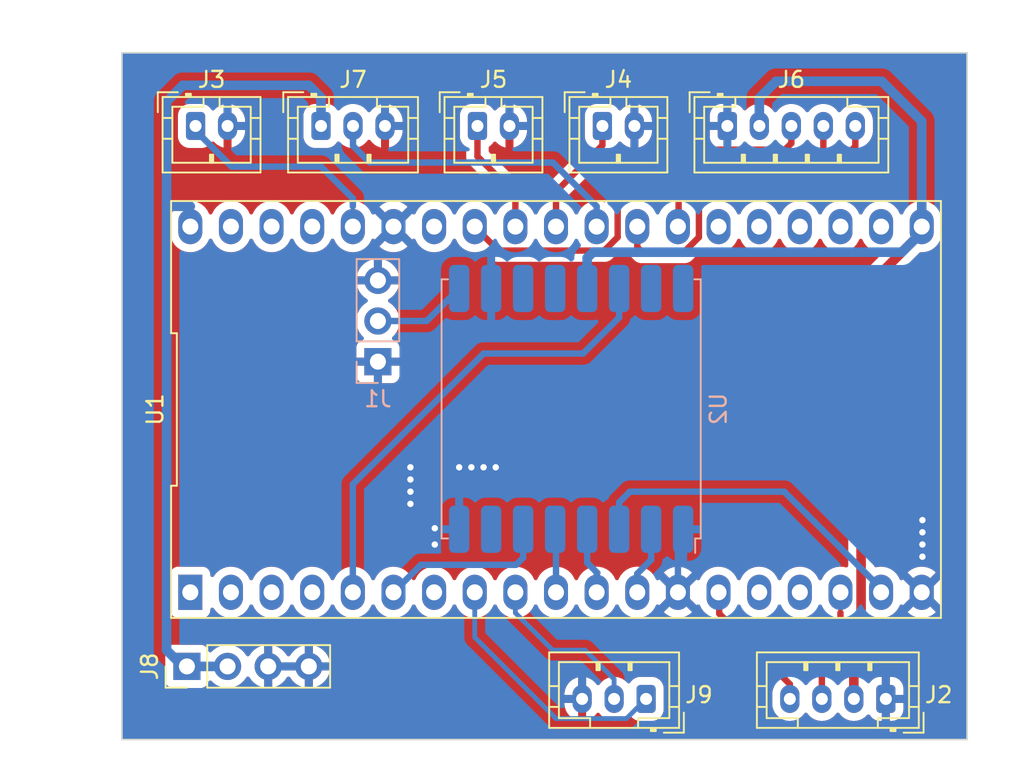
<source format=kicad_pcb>
(kicad_pcb (version 20221018) (generator pcbnew)
  (layers (0 "F.Cu" signal) (31 "B.Cu" signal) (34 "B.Paste" user) (35 "F.Paste" user) (36 "B.SilkS" user "B.Silkscreen") (37 "F.SilkS" user "F.Silkscreen") (38 "B.Mask" user) (39 "F.Mask" user) (44 "Edge.Cuts" user))
  (net 0 "")
  (net 1 "GND")
  (net 2 "Net-(J1-Pin_2)")
  (net 3 "3V3")
  (net 4 "OLED_SCL")
  (net 5 "OLED_SDA")
  (net 13 "LORA_DIO0")
  (net 14 "LORA_RST")
  (net 15 "LORA_CS")
  (net 16 "LORA_SCK")
  (net 17 "LORA_MISO")
  (net 18 "LORA_MOSI")
  (net 23 "5V")
  (net 28 "Audio")
  (net 34 "VESC_PWM")
  (net 35 "BTN_UP")
  (net 36 "BTN_DOWN")
  (net 37 "ROTARY_SW")
  (net 38 "ROTARY_A")
  (net 39 "ROTARY_B")
  (net 40 "VESC_TX")
  (net 41 "VESC_RX")
  (net 42 "BAT_VOLTAGE")
  (footprint "Connector_JST:JST_PH_B3B-PH-K_1x03_P2.00mm_Vertical" (layer "F.Cu") (at 102.616 79.756 180)
    (fp_text reference "J9" (at -3.302 0.254) (layer "F.SilkS"))
    (fp_text value "Conn_01x03_Pin")
    (fp_line (start -2.36 -2.11) (end -2.36 -0.86) (stroke (width 0.12)) (layer "F.SilkS"))
    (fp_line (start -2.06 -1.81) (end -2.06 2.91) (stroke (width 0.12)) (layer "F.SilkS"))
    (fp_line (start -2.06 -0.5) (end -1.45 -0.5) (stroke (width 0.12)) (layer "F.SilkS"))
    (fp_line (start -2.06 0.8) (end -1.45 0.8) (stroke (width 0.12)) (layer "F.SilkS"))
    (fp_line (start -2.06 2.91) (end 6.06 2.91) (stroke (width 0.12)) (layer "F.SilkS"))
    (fp_line (start -1.45 -1.2) (end -1.45 2.3) (stroke (width 0.12)) (layer "F.SilkS"))
    (fp_line (start -1.45 2.3) (end 5.45 2.3) (stroke (width 0.12)) (layer "F.SilkS"))
    (fp_line (start -1.11 -2.11) (end -2.36 -2.11) (stroke (width 0.12)) (layer "F.SilkS"))
    (fp_line (start -0.6 -2.01) (end -0.6 -1.81) (stroke (width 0.12)) (layer "F.SilkS"))
    (fp_line (start -0.3 -2.01) (end -0.6 -2.01) (stroke (width 0.12)) (layer "F.SilkS"))
    (fp_line (start -0.3 -1.91) (end -0.6 -1.91) (stroke (width 0.12)) (layer "F.SilkS"))
    (fp_line (start -0.3 -1.81) (end -0.3 -2.01) (stroke (width 0.12)) (layer "F.SilkS"))
    (fp_line (start 0.5 -1.81) (end 0.5 -1.2) (stroke (width 0.12)) (layer "F.SilkS"))
    (fp_line (start 0.5 -1.2) (end -1.45 -1.2) (stroke (width 0.12)) (layer "F.SilkS"))
    (fp_line (start 0.9 1.8) (end 1.1 1.8) (stroke (width 0.12)) (layer "F.SilkS"))
    (fp_line (start 0.9 2.3) (end 0.9 1.8) (stroke (width 0.12)) (layer "F.SilkS"))
    (fp_line (start 1 2.3) (end 1 1.8) (stroke (width 0.12)) (layer "F.SilkS"))
    (fp_line (start 1.1 1.8) (end 1.1 2.3) (stroke (width 0.12)) (layer "F.SilkS"))
    (fp_line (start 2.9 1.8) (end 3.1 1.8) (stroke (width 0.12)) (layer "F.SilkS"))
    (fp_line (start 2.9 2.3) (end 2.9 1.8) (stroke (width 0.12)) (layer "F.SilkS"))
    (fp_line (start 3 2.3) (end 3 1.8) (stroke (width 0.12)) (layer "F.SilkS"))
    (fp_line (start 3.1 1.8) (end 3.1 2.3) (stroke (width 0.12)) (layer "F.SilkS"))
    (fp_line (start 3.5 -1.2) (end 3.5 -1.81) (stroke (width 0.12)) (layer "F.SilkS"))
    (fp_line (start 5.45 -1.2) (end 3.5 -1.2) (stroke (width 0.12)) (layer "F.SilkS"))
    (fp_line (start 5.45 2.3) (end 5.45 -1.2) (stroke (width 0.12)) (layer "F.SilkS"))
    (fp_line (start 6.06 -1.81) (end -2.06 -1.81) (stroke (width 0.12)) (layer "F.SilkS"))
    (fp_line (start 6.06 -0.5) (end 5.45 -0.5) (stroke (width 0.12)) (layer "F.SilkS"))
    (fp_line (start 6.06 0.8) (end 5.45 0.8) (stroke (width 0.12)) (layer "F.SilkS"))
    (fp_line (start 6.06 2.91) (end 6.06 -1.81) (stroke (width 0.12)) (layer "F.SilkS"))
    (pad "1" thru_hole roundrect (at 0 0 180) (size 1.2 1.75) (drill 0.75) (layers "*.Cu" "*.Mask") (roundrect_rratio 0.2083333333) (net 40 "VESC_TX"))
    (pad "2" thru_hole oval (at 2 0 180) (size 1.2 1.75) (drill 0.75) (layers "*.Cu" "*.Mask") (net 41 "VESC_RX"))
    (pad "3" thru_hole oval (at 4 0 180) (size 1.2 1.75) (drill 0.75) (layers "*.Cu" "*.Mask") (net 1 "GND"))
  )
  (footprint "Connector_JST:JST_PH_B3B-PH-K_1x03_P2.00mm_Vertical" (layer "F.Cu") (at 82.296 43.942)
    (fp_text reference "J7" (at 2 -2.9) (layer "F.SilkS"))
    (fp_text value "Conn_01x03_Pin")
    (fp_line (start -2.36 -2.11) (end -2.36 -0.86) (stroke (width 0.12)) (layer "F.SilkS"))
    (fp_line (start -2.06 -1.81) (end -2.06 2.91) (stroke (width 0.12)) (layer "F.SilkS"))
    (fp_line (start -2.06 -0.5) (end -1.45 -0.5) (stroke (width 0.12)) (layer "F.SilkS"))
    (fp_line (start -2.06 0.8) (end -1.45 0.8) (stroke (width 0.12)) (layer "F.SilkS"))
    (fp_line (start -2.06 2.91) (end 6.06 2.91) (stroke (width 0.12)) (layer "F.SilkS"))
    (fp_line (start -1.45 -1.2) (end -1.45 2.3) (stroke (width 0.12)) (layer "F.SilkS"))
    (fp_line (start -1.45 2.3) (end 5.45 2.3) (stroke (width 0.12)) (layer "F.SilkS"))
    (fp_line (start -1.11 -2.11) (end -2.36 -2.11) (stroke (width 0.12)) (layer "F.SilkS"))
    (fp_line (start -0.6 -2.01) (end -0.6 -1.81) (stroke (width 0.12)) (layer "F.SilkS"))
    (fp_line (start -0.3 -2.01) (end -0.6 -2.01) (stroke (width 0.12)) (layer "F.SilkS"))
    (fp_line (start -0.3 -1.91) (end -0.6 -1.91) (stroke (width 0.12)) (layer "F.SilkS"))
    (fp_line (start -0.3 -1.81) (end -0.3 -2.01) (stroke (width 0.12)) (layer "F.SilkS"))
    (fp_line (start 0.5 -1.81) (end 0.5 -1.2) (stroke (width 0.12)) (layer "F.SilkS"))
    (fp_line (start 0.5 -1.2) (end -1.45 -1.2) (stroke (width 0.12)) (layer "F.SilkS"))
    (fp_line (start 0.9 1.8) (end 1.1 1.8) (stroke (width 0.12)) (layer "F.SilkS"))
    (fp_line (start 0.9 2.3) (end 0.9 1.8) (stroke (width 0.12)) (layer "F.SilkS"))
    (fp_line (start 1 2.3) (end 1 1.8) (stroke (width 0.12)) (layer "F.SilkS"))
    (fp_line (start 1.1 1.8) (end 1.1 2.3) (stroke (width 0.12)) (layer "F.SilkS"))
    (fp_line (start 2.9 1.8) (end 3.1 1.8) (stroke (width 0.12)) (layer "F.SilkS"))
    (fp_line (start 2.9 2.3) (end 2.9 1.8) (stroke (width 0.12)) (layer "F.SilkS"))
    (fp_line (start 3 2.3) (end 3 1.8) (stroke (width 0.12)) (layer "F.SilkS"))
    (fp_line (start 3.1 1.8) (end 3.1 2.3) (stroke (width 0.12)) (layer "F.SilkS"))
    (fp_line (start 3.5 -1.2) (end 3.5 -1.81) (stroke (width 0.12)) (layer "F.SilkS"))
    (fp_line (start 5.45 -1.2) (end 3.5 -1.2) (stroke (width 0.12)) (layer "F.SilkS"))
    (fp_line (start 5.45 2.3) (end 5.45 -1.2) (stroke (width 0.12)) (layer "F.SilkS"))
    (fp_line (start 6.06 -1.81) (end -2.06 -1.81) (stroke (width 0.12)) (layer "F.SilkS"))
    (fp_line (start 6.06 -0.5) (end 5.45 -0.5) (stroke (width 0.12)) (layer "F.SilkS"))
    (fp_line (start 6.06 0.8) (end 5.45 0.8) (stroke (width 0.12)) (layer "F.SilkS"))
    (fp_line (start 6.06 2.91) (end 6.06 -1.81) (stroke (width 0.12)) (layer "F.SilkS"))
    (pad "1" thru_hole roundrect (at 0 0) (size 1.2 1.75) (drill 0.75) (layers "*.Cu" "*.Mask") (roundrect_rratio 0.2083333333) (net 23 "5V"))
    (pad "2" thru_hole oval (at 2 0) (size 1.2 1.75) (drill 0.75) (layers "*.Cu" "*.Mask") (net 28 "Audio"))
    (pad "3" thru_hole oval (at 4 0) (size 1.2 1.75) (drill 0.75) (layers "*.Cu" "*.Mask") (net 1 "GND"))
  )
  (footprint "Connector_JST:JST_PH_B4B-PH-K_1x04_P2.00mm_Vertical" (layer "F.Cu") (at 117.602 79.756 180)
    (fp_text reference "J2" (at -3.302 0.254) (layer "F.SilkS"))
    (fp_text value "Conn_01x04_Pin")
    (fp_line (start -2.36 -2.11) (end -2.36 -0.86) (stroke (width 0.12)) (layer "F.SilkS"))
    (fp_line (start -2.06 -1.81) (end -2.06 2.91) (stroke (width 0.12)) (layer "F.SilkS"))
    (fp_line (start -2.06 -0.5) (end -1.45 -0.5) (stroke (width 0.12)) (layer "F.SilkS"))
    (fp_line (start -2.06 0.8) (end -1.45 0.8) (stroke (width 0.12)) (layer "F.SilkS"))
    (fp_line (start -2.06 2.91) (end 8.06 2.91) (stroke (width 0.12)) (layer "F.SilkS"))
    (fp_line (start -1.45 -1.2) (end -1.45 2.3) (stroke (width 0.12)) (layer "F.SilkS"))
    (fp_line (start -1.45 2.3) (end 7.45 2.3) (stroke (width 0.12)) (layer "F.SilkS"))
    (fp_line (start -1.11 -2.11) (end -2.36 -2.11) (stroke (width 0.12)) (layer "F.SilkS"))
    (fp_line (start -0.6 -2.01) (end -0.6 -1.81) (stroke (width 0.12)) (layer "F.SilkS"))
    (fp_line (start -0.3 -2.01) (end -0.6 -2.01) (stroke (width 0.12)) (layer "F.SilkS"))
    (fp_line (start -0.3 -1.91) (end -0.6 -1.91) (stroke (width 0.12)) (layer "F.SilkS"))
    (fp_line (start -0.3 -1.81) (end -0.3 -2.01) (stroke (width 0.12)) (layer "F.SilkS"))
    (fp_line (start 0.5 -1.81) (end 0.5 -1.2) (stroke (width 0.12)) (layer "F.SilkS"))
    (fp_line (start 0.5 -1.2) (end -1.45 -1.2) (stroke (width 0.12)) (layer "F.SilkS"))
    (fp_line (start 0.9 1.8) (end 1.1 1.8) (stroke (width 0.12)) (layer "F.SilkS"))
    (fp_line (start 0.9 2.3) (end 0.9 1.8) (stroke (width 0.12)) (layer "F.SilkS"))
    (fp_line (start 1 2.3) (end 1 1.8) (stroke (width 0.12)) (layer "F.SilkS"))
    (fp_line (start 1.1 1.8) (end 1.1 2.3) (stroke (width 0.12)) (layer "F.SilkS"))
    (fp_line (start 2.9 1.8) (end 3.1 1.8) (stroke (width 0.12)) (layer "F.SilkS"))
    (fp_line (start 2.9 2.3) (end 2.9 1.8) (stroke (width 0.12)) (layer "F.SilkS"))
    (fp_line (start 3 2.3) (end 3 1.8) (stroke (width 0.12)) (layer "F.SilkS"))
    (fp_line (start 3.1 1.8) (end 3.1 2.3) (stroke (width 0.12)) (layer "F.SilkS"))
    (fp_line (start 4.9 1.8) (end 5.1 1.8) (stroke (width 0.12)) (layer "F.SilkS"))
    (fp_line (start 4.9 2.3) (end 4.9 1.8) (stroke (width 0.12)) (layer "F.SilkS"))
    (fp_line (start 5 2.3) (end 5 1.8) (stroke (width 0.12)) (layer "F.SilkS"))
    (fp_line (start 5.1 1.8) (end 5.1 2.3) (stroke (width 0.12)) (layer "F.SilkS"))
    (fp_line (start 5.5 -1.2) (end 5.5 -1.81) (stroke (width 0.12)) (layer "F.SilkS"))
    (fp_line (start 7.45 -1.2) (end 5.5 -1.2) (stroke (width 0.12)) (layer "F.SilkS"))
    (fp_line (start 7.45 2.3) (end 7.45 -1.2) (stroke (width 0.12)) (layer "F.SilkS"))
    (fp_line (start 8.06 -1.81) (end -2.06 -1.81) (stroke (width 0.12)) (layer "F.SilkS"))
    (fp_line (start 8.06 -0.5) (end 7.45 -0.5) (stroke (width 0.12)) (layer "F.SilkS"))
    (fp_line (start 8.06 0.8) (end 7.45 0.8) (stroke (width 0.12)) (layer "F.SilkS"))
    (fp_line (start 8.06 2.91) (end 8.06 -1.81) (stroke (width 0.12)) (layer "F.SilkS"))
    (pad "1" thru_hole roundrect (at 0 0 180) (size 1.2 1.75) (drill 0.75) (layers "*.Cu" "*.Mask") (roundrect_rratio 0.2083333333) (net 1 "GND"))
    (pad "2" thru_hole oval (at 2 0 180) (size 1.2 1.75) (drill 0.75) (layers "*.Cu" "*.Mask") (net 3 "3V3"))
    (pad "3" thru_hole oval (at 4 0 180) (size 1.2 1.75) (drill 0.75) (layers "*.Cu" "*.Mask") (net 4 "OLED_SCL"))
    (pad "4" thru_hole oval (at 6 0 180) (size 1.2 1.75) (drill 0.75) (layers "*.Cu" "*.Mask") (net 5 "OLED_SDA"))
  )
  (footprint "Connector_JST:JST_PH_B5B-PH-K_1x05_P2.00mm_Vertical" (layer "F.Cu") (at 107.696 43.942)
    (fp_text reference "J6" (at 4 -2.9) (layer "F.SilkS"))
    (fp_text value "Conn_01x05_Pin")
    (fp_line (start -2.36 -2.11) (end -2.36 -0.86) (stroke (width 0.12)) (layer "F.SilkS"))
    (fp_line (start -2.06 -1.81) (end -2.06 2.91) (stroke (width 0.12)) (layer "F.SilkS"))
    (fp_line (start -2.06 -0.5) (end -1.45 -0.5) (stroke (width 0.12)) (layer "F.SilkS"))
    (fp_line (start -2.06 0.8) (end -1.45 0.8) (stroke (width 0.12)) (layer "F.SilkS"))
    (fp_line (start -2.06 2.91) (end 10.06 2.91) (stroke (width 0.12)) (layer "F.SilkS"))
    (fp_line (start -1.45 -1.2) (end -1.45 2.3) (stroke (width 0.12)) (layer "F.SilkS"))
    (fp_line (start -1.45 2.3) (end 9.45 2.3) (stroke (width 0.12)) (layer "F.SilkS"))
    (fp_line (start -1.11 -2.11) (end -2.36 -2.11) (stroke (width 0.12)) (layer "F.SilkS"))
    (fp_line (start -0.6 -2.01) (end -0.6 -1.81) (stroke (width 0.12)) (layer "F.SilkS"))
    (fp_line (start -0.3 -2.01) (end -0.6 -2.01) (stroke (width 0.12)) (layer "F.SilkS"))
    (fp_line (start -0.3 -1.91) (end -0.6 -1.91) (stroke (width 0.12)) (layer "F.SilkS"))
    (fp_line (start -0.3 -1.81) (end -0.3 -2.01) (stroke (width 0.12)) (layer "F.SilkS"))
    (fp_line (start 0.5 -1.81) (end 0.5 -1.2) (stroke (width 0.12)) (layer "F.SilkS"))
    (fp_line (start 0.5 -1.2) (end -1.45 -1.2) (stroke (width 0.12)) (layer "F.SilkS"))
    (fp_line (start 0.9 1.8) (end 1.1 1.8) (stroke (width 0.12)) (layer "F.SilkS"))
    (fp_line (start 0.9 2.3) (end 0.9 1.8) (stroke (width 0.12)) (layer "F.SilkS"))
    (fp_line (start 1 2.3) (end 1 1.8) (stroke (width 0.12)) (layer "F.SilkS"))
    (fp_line (start 1.1 1.8) (end 1.1 2.3) (stroke (width 0.12)) (layer "F.SilkS"))
    (fp_line (start 2.9 1.8) (end 3.1 1.8) (stroke (width 0.12)) (layer "F.SilkS"))
    (fp_line (start 2.9 2.3) (end 2.9 1.8) (stroke (width 0.12)) (layer "F.SilkS"))
    (fp_line (start 3 2.3) (end 3 1.8) (stroke (width 0.12)) (layer "F.SilkS"))
    (fp_line (start 3.1 1.8) (end 3.1 2.3) (stroke (width 0.12)) (layer "F.SilkS"))
    (fp_line (start 4.9 1.8) (end 5.1 1.8) (stroke (width 0.12)) (layer "F.SilkS"))
    (fp_line (start 4.9 2.3) (end 4.9 1.8) (stroke (width 0.12)) (layer "F.SilkS"))
    (fp_line (start 5 2.3) (end 5 1.8) (stroke (width 0.12)) (layer "F.SilkS"))
    (fp_line (start 5.1 1.8) (end 5.1 2.3) (stroke (width 0.12)) (layer "F.SilkS"))
    (fp_line (start 6.9 1.8) (end 7.1 1.8) (stroke (width 0.12)) (layer "F.SilkS"))
    (fp_line (start 6.9 2.3) (end 6.9 1.8) (stroke (width 0.12)) (layer "F.SilkS"))
    (fp_line (start 7 2.3) (end 7 1.8) (stroke (width 0.12)) (layer "F.SilkS"))
    (fp_line (start 7.1 1.8) (end 7.1 2.3) (stroke (width 0.12)) (layer "F.SilkS"))
    (fp_line (start 7.5 -1.2) (end 7.5 -1.81) (stroke (width 0.12)) (layer "F.SilkS"))
    (fp_line (start 9.45 -1.2) (end 7.5 -1.2) (stroke (width 0.12)) (layer "F.SilkS"))
    (fp_line (start 9.45 2.3) (end 9.45 -1.2) (stroke (width 0.12)) (layer "F.SilkS"))
    (fp_line (start 10.06 -1.81) (end -2.06 -1.81) (stroke (width 0.12)) (layer "F.SilkS"))
    (fp_line (start 10.06 -0.5) (end 9.45 -0.5) (stroke (width 0.12)) (layer "F.SilkS"))
    (fp_line (start 10.06 0.8) (end 9.45 0.8) (stroke (width 0.12)) (layer "F.SilkS"))
    (fp_line (start 10.06 2.91) (end 10.06 -1.81) (stroke (width 0.12)) (layer "F.SilkS"))
    (pad "1" thru_hole roundrect (at 0 0) (size 1.2 1.75) (drill 0.75) (layers "*.Cu" "*.Mask") (roundrect_rratio 0.2083333333) (net 1 "GND"))
    (pad "2" thru_hole oval (at 2 0) (size 1.2 1.75) (drill 0.75) (layers "*.Cu" "*.Mask") (net 3 "3V3"))
    (pad "3" thru_hole oval (at 4 0) (size 1.2 1.75) (drill 0.75) (layers "*.Cu" "*.Mask") (net 37 "ROTARY_SW"))
    (pad "4" thru_hole oval (at 6 0) (size 1.2 1.75) (drill 0.75) (layers "*.Cu" "*.Mask") (net 38 "ROTARY_A"))
    (pad "5" thru_hole oval (at 8 0) (size 1.2 1.75) (drill 0.75) (layers "*.Cu" "*.Mask") (net 39 "ROTARY_B"))
  )
  (footprint "Connector_JST:JST_PH_B2B-PH-K_1x02_P2.00mm_Vertical" (layer "F.Cu") (at 74.454 43.942)
    (fp_text reference "J3" (at 1 -2.9) (layer "F.SilkS"))
    (fp_text value "VESC_PWM")
    (fp_line (start -2.36 -2.11) (end -2.36 -0.86) (stroke (width 0.12)) (layer "F.SilkS"))
    (fp_line (start -2.06 -1.81) (end -2.06 2.91) (stroke (width 0.12)) (layer "F.SilkS"))
    (fp_line (start -2.06 -0.5) (end -1.45 -0.5) (stroke (width 0.12)) (layer "F.SilkS"))
    (fp_line (start -2.06 0.8) (end -1.45 0.8) (stroke (width 0.12)) (layer "F.SilkS"))
    (fp_line (start -2.06 2.91) (end 4.06 2.91) (stroke (width 0.12)) (layer "F.SilkS"))
    (fp_line (start -1.45 -1.2) (end -1.45 2.3) (stroke (width 0.12)) (layer "F.SilkS"))
    (fp_line (start -1.45 2.3) (end 3.45 2.3) (stroke (width 0.12)) (layer "F.SilkS"))
    (fp_line (start -1.11 -2.11) (end -2.36 -2.11) (stroke (width 0.12)) (layer "F.SilkS"))
    (fp_line (start -0.6 -2.01) (end -0.6 -1.81) (stroke (width 0.12)) (layer "F.SilkS"))
    (fp_line (start -0.3 -2.01) (end -0.6 -2.01) (stroke (width 0.12)) (layer "F.SilkS"))
    (fp_line (start -0.3 -1.91) (end -0.6 -1.91) (stroke (width 0.12)) (layer "F.SilkS"))
    (fp_line (start -0.3 -1.81) (end -0.3 -2.01) (stroke (width 0.12)) (layer "F.SilkS"))
    (fp_line (start 0.5 -1.81) (end 0.5 -1.2) (stroke (width 0.12)) (layer "F.SilkS"))
    (fp_line (start 0.5 -1.2) (end -1.45 -1.2) (stroke (width 0.12)) (layer "F.SilkS"))
    (fp_line (start 0.9 1.8) (end 1.1 1.8) (stroke (width 0.12)) (layer "F.SilkS"))
    (fp_line (start 0.9 2.3) (end 0.9 1.8) (stroke (width 0.12)) (layer "F.SilkS"))
    (fp_line (start 1 2.3) (end 1 1.8) (stroke (width 0.12)) (layer "F.SilkS"))
    (fp_line (start 1.1 1.8) (end 1.1 2.3) (stroke (width 0.12)) (layer "F.SilkS"))
    (fp_line (start 1.5 -1.2) (end 1.5 -1.81) (stroke (width 0.12)) (layer "F.SilkS"))
    (fp_line (start 3.45 -1.2) (end 1.5 -1.2) (stroke (width 0.12)) (layer "F.SilkS"))
    (fp_line (start 3.45 2.3) (end 3.45 -1.2) (stroke (width 0.12)) (layer "F.SilkS"))
    (fp_line (start 4.06 -1.81) (end -2.06 -1.81) (stroke (width 0.12)) (layer "F.SilkS"))
    (fp_line (start 4.06 -0.5) (end 3.45 -0.5) (stroke (width 0.12)) (layer "F.SilkS"))
    (fp_line (start 4.06 0.8) (end 3.45 0.8) (stroke (width 0.12)) (layer "F.SilkS"))
    (fp_line (start 4.06 2.91) (end 4.06 -1.81) (stroke (width 0.12)) (layer "F.SilkS"))
    (pad "1" thru_hole roundrect (at 0 0) (size 1.2 1.75) (drill 0.75) (layers "*.Cu" "*.Mask") (roundrect_rratio 0.2083333333) (net 34 "VESC_PWM"))
    (pad "2" thru_hole oval (at 2 0) (size 1.2 1.75) (drill 0.75) (layers "*.Cu" "*.Mask") (net 1 "GND"))
  )
  (footprint "Connector_PinHeader_2.54mm:PinHeader_1x04_P2.54mm_Vertical" (layer "F.Cu") (at 73.914 77.724 90)
    (fp_text reference "J8" (at 0 -2.33 90) (layer "F.SilkS"))
    (fp_text value "Conn_01x04_Pin")
    (fp_line (start -1.33 -1.33) (end 0 -1.33) (stroke (width 0.12)) (layer "F.SilkS"))
    (fp_line (start -1.33 0) (end -1.33 -1.33) (stroke (width 0.12)) (layer "F.SilkS"))
    (fp_line (start -1.33 1.27) (end -1.33 8.95) (stroke (width 0.12)) (layer "F.SilkS"))
    (fp_line (start -1.33 1.27) (end 1.33 1.27) (stroke (width 0.12)) (layer "F.SilkS"))
    (fp_line (start -1.33 8.95) (end 1.33 8.95) (stroke (width 0.12)) (layer "F.SilkS"))
    (fp_line (start 1.33 1.27) (end 1.33 8.95) (stroke (width 0.12)) (layer "F.SilkS"))
    (pad "1" thru_hole rect (at 0 0 90) (size 1.7 1.7) (drill 1) (layers "*.Cu" "*.Mask") (net 23 "5V"))
    (pad "2" thru_hole oval (at 0 2.54 90) (size 1.7 1.7) (drill 1) (layers "*.Cu" "*.Mask") (net 23 "5V"))
    (pad "3" thru_hole oval (at 0 5.08 90) (size 1.7 1.7) (drill 1) (layers "*.Cu" "*.Mask") (net 1 "GND"))
    (pad "4" thru_hole oval (at 0 7.62 90) (size 1.7 1.7) (drill 1) (layers "*.Cu" "*.Mask") (net 1 "GND"))
  )
  (footprint "Connector_JST:JST_PH_B2B-PH-K_1x02_P2.00mm_Vertical" (layer "F.Cu") (at 92.075 43.942)
    (fp_text reference "J5" (at 1 -2.9) (layer "F.SilkS"))
    (fp_text value "BTN_DOWN")
    (fp_line (start -2.36 -2.11) (end -2.36 -0.86) (stroke (width 0.12)) (layer "F.SilkS"))
    (fp_line (start -2.06 -1.81) (end -2.06 2.91) (stroke (width 0.12)) (layer "F.SilkS"))
    (fp_line (start -2.06 -0.5) (end -1.45 -0.5) (stroke (width 0.12)) (layer "F.SilkS"))
    (fp_line (start -2.06 0.8) (end -1.45 0.8) (stroke (width 0.12)) (layer "F.SilkS"))
    (fp_line (start -2.06 2.91) (end 4.06 2.91) (stroke (width 0.12)) (layer "F.SilkS"))
    (fp_line (start -1.45 -1.2) (end -1.45 2.3) (stroke (width 0.12)) (layer "F.SilkS"))
    (fp_line (start -1.45 2.3) (end 3.45 2.3) (stroke (width 0.12)) (layer "F.SilkS"))
    (fp_line (start -1.11 -2.11) (end -2.36 -2.11) (stroke (width 0.12)) (layer "F.SilkS"))
    (fp_line (start -0.6 -2.01) (end -0.6 -1.81) (stroke (width 0.12)) (layer "F.SilkS"))
    (fp_line (start -0.3 -2.01) (end -0.6 -2.01) (stroke (width 0.12)) (layer "F.SilkS"))
    (fp_line (start -0.3 -1.91) (end -0.6 -1.91) (stroke (width 0.12)) (layer "F.SilkS"))
    (fp_line (start -0.3 -1.81) (end -0.3 -2.01) (stroke (width 0.12)) (layer "F.SilkS"))
    (fp_line (start 0.5 -1.81) (end 0.5 -1.2) (stroke (width 0.12)) (layer "F.SilkS"))
    (fp_line (start 0.5 -1.2) (end -1.45 -1.2) (stroke (width 0.12)) (layer "F.SilkS"))
    (fp_line (start 0.9 1.8) (end 1.1 1.8) (stroke (width 0.12)) (layer "F.SilkS"))
    (fp_line (start 0.9 2.3) (end 0.9 1.8) (stroke (width 0.12)) (layer "F.SilkS"))
    (fp_line (start 1 2.3) (end 1 1.8) (stroke (width 0.12)) (layer "F.SilkS"))
    (fp_line (start 1.1 1.8) (end 1.1 2.3) (stroke (width 0.12)) (layer "F.SilkS"))
    (fp_line (start 1.5 -1.2) (end 1.5 -1.81) (stroke (width 0.12)) (layer "F.SilkS"))
    (fp_line (start 3.45 -1.2) (end 1.5 -1.2) (stroke (width 0.12)) (layer "F.SilkS"))
    (fp_line (start 3.45 2.3) (end 3.45 -1.2) (stroke (width 0.12)) (layer "F.SilkS"))
    (fp_line (start 4.06 -1.81) (end -2.06 -1.81) (stroke (width 0.12)) (layer "F.SilkS"))
    (fp_line (start 4.06 -0.5) (end 3.45 -0.5) (stroke (width 0.12)) (layer "F.SilkS"))
    (fp_line (start 4.06 0.8) (end 3.45 0.8) (stroke (width 0.12)) (layer "F.SilkS"))
    (fp_line (start 4.06 2.91) (end 4.06 -1.81) (stroke (width 0.12)) (layer "F.SilkS"))
    (pad "1" thru_hole roundrect (at 0 0) (size 1.2 1.75) (drill 0.75) (layers "*.Cu" "*.Mask") (roundrect_rratio 0.2083333333) (net 36 "BTN_DOWN"))
    (pad "2" thru_hole oval (at 2 0) (size 1.2 1.75) (drill 0.75) (layers "*.Cu" "*.Mask") (net 1 "GND"))
  )
  (footprint "Juergen:MH-ET-ESP32-Devkit_small" (layer "F.Cu") (at 96.985 61.663)
    (fp_text reference "U1" (at -25.06 0 90) (layer "F.SilkS"))
    (fp_text value "MH-ET-ESP32-DEVKIT")
    (fp_line (start -24.06 -13.03) (end -24.06 -4.766666) (stroke (width 0.12)) (layer "F.SilkS"))
    (fp_line (start -24.06 -4.766666) (end -23.7 -4.766666) (stroke (width 0.12)) (layer "F.SilkS"))
    (fp_line (start -24.06 4.766666) (end -24.06 13.03) (stroke (width 0.12)) (layer "F.SilkS"))
    (fp_line (start -24.06 13.03) (end 24.06 13.03) (stroke (width 0.12)) (layer "F.SilkS"))
    (fp_line (start -23.7 -4.766666) (end -23.7 4.766666) (stroke (width 0.12)) (layer "F.SilkS"))
    (fp_line (start -23.7 4.766666) (end -24.06 4.766666) (stroke (width 0.12)) (layer "F.SilkS"))
    (fp_line (start 24.06 -13.029999) (end -24.06 -13.03) (stroke (width 0.12)) (layer "F.SilkS"))
    (fp_line (start 24.06 13.03) (end 24.06 -13.029999) (stroke (width 0.12)) (layer "F.SilkS"))
    (pad "1" thru_hole rect (at -22.86 11.43) (size 1.5 2.2) (drill 1) (layers "*.Cu" "*.Mask"))
    (pad "2" thru_hole oval (at -20.32 11.43) (size 1.5 2.2) (drill 1) (layers "*.Cu" "*.Mask"))
    (pad "3" thru_hole oval (at -17.78 11.43) (size 1.5 2.2) (drill 1) (layers "*.Cu" "*.Mask"))
    (pad "4" thru_hole oval (at -15.24 11.43) (size 1.5 2.2) (drill 1) (layers "*.Cu" "*.Mask"))
    (pad "5" thru_hole oval (at -12.7 11.43) (size 1.5 2.2) (drill 1) (layers "*.Cu" "*.Mask") (net 13 "LORA_DIO0"))
    (pad "6" thru_hole oval (at -10.16 11.43) (size 1.5 2.2) (drill 1) (layers "*.Cu" "*.Mask") (net 14 "LORA_RST"))
    (pad "7" thru_hole oval (at -7.62 11.43) (size 1.5 2.2) (drill 1) (layers "*.Cu" "*.Mask"))
    (pad "8" thru_hole oval (at -5.08 11.43) (size 1.5 2.2) (drill 1) (layers "*.Cu" "*.Mask") (net 40 "VESC_TX"))
    (pad "9" thru_hole oval (at -2.54 11.43) (size 1.5 2.2) (drill 1) (layers "*.Cu" "*.Mask") (net 41 "VESC_RX"))
    (pad "10" thru_hole oval (at 0 11.43) (size 1.5 2.2) (drill 1) (layers "*.Cu" "*.Mask") (net 15 "LORA_CS"))
    (pad "11" thru_hole oval (at 2.54 11.43) (size 1.5 2.2) (drill 1) (layers "*.Cu" "*.Mask") (net 16 "LORA_SCK"))
    (pad "12" thru_hole oval (at 5.08 11.43) (size 1.5 2.2) (drill 1) (layers "*.Cu" "*.Mask") (net 17 "LORA_MISO"))
    (pad "13" thru_hole oval (at 7.62 11.43) (size 1.5 2.2) (drill 1) (layers "*.Cu" "*.Mask") (net 1 "GND"))
    (pad "14" thru_hole oval (at 10.16 11.43) (size 1.5 2.2) (drill 1) (layers "*.Cu" "*.Mask") (net 5 "OLED_SDA"))
    (pad "15" thru_hole oval (at 12.7 11.43) (size 1.5 2.2) (drill 1) (layers "*.Cu" "*.Mask"))
    (pad "16" thru_hole oval (at 15.24 11.43) (size 1.5 2.2) (drill 1) (layers "*.Cu" "*.Mask"))
    (pad "17" thru_hole oval (at 17.78 11.43) (size 1.5 2.2) (drill 1) (layers "*.Cu" "*.Mask") (net 4 "OLED_SCL"))
    (pad "18" thru_hole oval (at 20.32 11.43) (size 1.5 2.2) (drill 1) (layers "*.Cu" "*.Mask") (net 18 "LORA_MOSI"))
    (pad "19" thru_hole oval (at 22.86 11.43) (size 1.5 2.2) (drill 1) (layers "*.Cu" "*.Mask") (net 1 "GND"))
    (pad "20" thru_hole oval (at 22.86 -11.43) (size 1.5 2.2) (drill 1) (layers "*.Cu" "*.Mask") (net 3 "3V3"))
    (pad "21" thru_hole oval (at 20.32 -11.43) (size 1.5 2.2) (drill 1) (layers "*.Cu" "*.Mask"))
    (pad "22" thru_hole oval (at 17.78 -11.43) (size 1.5 2.2) (drill 1) (layers "*.Cu" "*.Mask"))
    (pad "23" thru_hole oval (at 15.24 -11.43) (size 1.5 2.2) (drill 1) (layers "*.Cu" "*.Mask"))
    (pad "24" thru_hole oval (at 12.7 -11.43) (size 1.5 2.2) (drill 1) (layers "*.Cu" "*.Mask"))
    (pad "25" thru_hole oval (at 10.16 -11.43) (size 1.5 2.2) (drill 1) (layers "*.Cu" "*.Mask") (net 42 "BAT_VOLTAGE"))
    (pad "26" thru_hole oval (at 7.62 -11.43) (size 1.5 2.2) (drill 1) (layers "*.Cu" "*.Mask") (net 38 "ROTARY_A"))
    (pad "27" thru_hole oval (at 5.08 -11.43) (size 1.5 2.2) (drill 1) (layers "*.Cu" "*.Mask") (net 39 "ROTARY_B"))
    (pad "28" thru_hole oval (at 2.54 -11.43) (size 1.5 2.2) (drill 1) (layers "*.Cu" "*.Mask") (net 28 "Audio"))
    (pad "29" thru_hole oval (at 0 -11.43) (size 1.5 2.2) (drill 1) (layers "*.Cu" "*.Mask") (net 35 "BTN_UP"))
    (pad "30" thru_hole oval (at -2.54 -11.43) (size 1.5 2.2) (drill 1) (layers "*.Cu" "*.Mask") (net 36 "BTN_DOWN"))
    (pad "31" thru_hole oval (at -5.08 -11.43) (size 1.5 2.2) (drill 1) (layers "*.Cu" "*.Mask") (net 37 "ROTARY_SW"))
    (pad "32" thru_hole oval (at -7.62 -11.43) (size 1.5 2.2) (drill 1) (layers "*.Cu" "*.Mask"))
    (pad "33" thru_hole oval (at -10.16 -11.43) (size 1.5 2.2) (drill 1) (layers "*.Cu" "*.Mask") (net 1 "GND"))
    (pad "34" thru_hole oval (at -12.7 -11.43) (size 1.5 2.2) (drill 1) (layers "*.Cu" "*.Mask") (net 34 "VESC_PWM"))
    (pad "35" thru_hole oval (at -15.24 -11.43) (size 1.5 2.2) (drill 1) (layers "*.Cu" "*.Mask"))
    (pad "36" thru_hole oval (at -17.78 -11.43) (size 1.5 2.2) (drill 1) (layers "*.Cu" "*.Mask"))
    (pad "37" thru_hole oval (at -20.32 -11.43) (size 1.5 2.2) (drill 1) (layers "*.Cu" "*.Mask"))
    (pad "38" thru_hole oval (at -22.86 -11.43) (size 1.5 2.2) (drill 1) (layers "*.Cu" "*.Mask") (net 23 "5V"))
  )
  (footprint "Connector_JST:JST_PH_B2B-PH-K_1x02_P2.00mm_Vertical" (layer "F.Cu") (at 99.8855 43.942)
    (fp_text reference "J4" (at 1 -2.9) (layer "F.SilkS"))
    (fp_text value "BTN_UP")
    (fp_line (start -2.36 -2.11) (end -2.36 -0.86) (stroke (width 0.12)) (layer "F.SilkS"))
    (fp_line (start -2.06 -1.81) (end -2.06 2.91) (stroke (width 0.12)) (layer "F.SilkS"))
    (fp_line (start -2.06 -0.5) (end -1.45 -0.5) (stroke (width 0.12)) (layer "F.SilkS"))
    (fp_line (start -2.06 0.8) (end -1.45 0.8) (stroke (width 0.12)) (layer "F.SilkS"))
    (fp_line (start -2.06 2.91) (end 4.06 2.91) (stroke (width 0.12)) (layer "F.SilkS"))
    (fp_line (start -1.45 -1.2) (end -1.45 2.3) (stroke (width 0.12)) (layer "F.SilkS"))
    (fp_line (start -1.45 2.3) (end 3.45 2.3) (stroke (width 0.12)) (layer "F.SilkS"))
    (fp_line (start -1.11 -2.11) (end -2.36 -2.11) (stroke (width 0.12)) (layer "F.SilkS"))
    (fp_line (start -0.6 -2.01) (end -0.6 -1.81) (stroke (width 0.12)) (layer "F.SilkS"))
    (fp_line (start -0.3 -2.01) (end -0.6 -2.01) (stroke (width 0.12)) (layer "F.SilkS"))
    (fp_line (start -0.3 -1.91) (end -0.6 -1.91) (stroke (width 0.12)) (layer "F.SilkS"))
    (fp_line (start -0.3 -1.81) (end -0.3 -2.01) (stroke (width 0.12)) (layer "F.SilkS"))
    (fp_line (start 0.5 -1.81) (end 0.5 -1.2) (stroke (width 0.12)) (layer "F.SilkS"))
    (fp_line (start 0.5 -1.2) (end -1.45 -1.2) (stroke (width 0.12)) (layer "F.SilkS"))
    (fp_line (start 0.9 1.8) (end 1.1 1.8) (stroke (width 0.12)) (layer "F.SilkS"))
    (fp_line (start 0.9 2.3) (end 0.9 1.8) (stroke (width 0.12)) (layer "F.SilkS"))
    (fp_line (start 1 2.3) (end 1 1.8) (stroke (width 0.12)) (layer "F.SilkS"))
    (fp_line (start 1.1 1.8) (end 1.1 2.3) (stroke (width 0.12)) (layer "F.SilkS"))
    (fp_line (start 1.5 -1.2) (end 1.5 -1.81) (stroke (width 0.12)) (layer "F.SilkS"))
    (fp_line (start 3.45 -1.2) (end 1.5 -1.2) (stroke (width 0.12)) (layer "F.SilkS"))
    (fp_line (start 3.45 2.3) (end 3.45 -1.2) (stroke (width 0.12)) (layer "F.SilkS"))
    (fp_line (start 4.06 -1.81) (end -2.06 -1.81) (stroke (width 0.12)) (layer "F.SilkS"))
    (fp_line (start 4.06 -0.5) (end 3.45 -0.5) (stroke (width 0.12)) (layer "F.SilkS"))
    (fp_line (start 4.06 0.8) (end 3.45 0.8) (stroke (width 0.12)) (layer "F.SilkS"))
    (fp_line (start 4.06 2.91) (end 4.06 -1.81) (stroke (width 0.12)) (layer "F.SilkS"))
    (pad "1" thru_hole roundrect (at 0 0) (size 1.2 1.75) (drill 0.75) (layers "*.Cu" "*.Mask") (roundrect_rratio 0.2083333333) (net 35 "BTN_UP"))
    (pad "2" thru_hole oval (at 2 0) (size 1.2 1.75) (drill 0.75) (layers "*.Cu" "*.Mask") (net 1 "GND"))
  )
  (footprint "RF_Module:HOPERF_RFM9XW_SMD" (layer "B.Cu") (at 97.932 61.627 90)
    (fp_text reference "U2" (at 0 9.2 90) (layer "B.SilkS") (effects (justify mirror)))
    (fp_text value "RFM95W-868S2")
    (fp_line (start -8.1 -8.1) (end 8.1 -8.1) (stroke (width 0.12)) (layer "B.SilkS"))
    (fp_line (start -8.1 -7.7) (end -8.1 -8.1) (stroke (width 0.12)) (layer "B.SilkS"))
    (fp_line (start -8.1 7.75) (end -9 7.75) (stroke (width 0.12)) (layer "B.SilkS"))
    (fp_line (start -8.1 8.1) (end -8.1 7.75) (stroke (width 0.12)) (layer "B.SilkS"))
    (fp_line (start -8.1 8.1) (end 8.1 8.1) (stroke (width 0.12)) (layer "B.SilkS"))
    (fp_line (start 8.1 -8.1) (end 8.1 -7.7) (stroke (width 0.12)) (layer "B.SilkS"))
    (fp_line (start 8.1 8.1) (end 8.1 7.7) (stroke (width 0.12)) (layer "B.SilkS"))
    (pad "1" smd roundrect (at -7.525 7 90) (size 2.95 1.27) (layers "B.Cu" "B.Paste" "B.Mask") (net 1 "GND"))
    (pad "2" smd roundrect (at -7.525 5 90) (size 2.95 1.27) (layers "B.Cu" "B.Paste" "B.Mask") (net 17 "LORA_MISO"))
    (pad "3" smd roundrect (at -7.525 3 90) (size 2.95 1.27) (layers "B.Cu" "B.Paste" "B.Mask") (net 18 "LORA_MOSI"))
    (pad "4" smd roundrect (at -7.525 1 90) (size 2.95 1.27) (layers "B.Cu" "B.Paste" "B.Mask") (net 16 "LORA_SCK"))
    (pad "5" smd roundrect (at -7.525 -1 90) (size 2.95 1.27) (layers "B.Cu" "B.Paste" "B.Mask") (net 15 "LORA_CS"))
    (pad "6" smd roundrect (at -7.525 -3 90) (size 2.95 1.27) (layers "B.Cu" "B.Paste" "B.Mask") (net 14 "LORA_RST"))
    (pad "7" smd roundrect (at -7.525 -5 90) (size 2.95 1.27) (layers "B.Cu" "B.Paste" "B.Mask"))
    (pad "8" smd roundrect (at -7.525 -7 90) (size 2.95 1.27) (layers "B.Cu" "B.Paste" "B.Mask") (net 1 "GND"))
    (pad "9" smd roundrect (at 7.525 -7 90) (size 2.95 1.27) (layers "B.Cu" "B.Paste" "B.Mask") (net 2 "Net-(J1-Pin_2)"))
    (pad "10" smd roundrect (at 7.525 -5 90) (size 2.95 1.27) (layers "B.Cu" "B.Paste" "B.Mask") (net 1 "GND"))
    (pad "11" smd roundrect (at 7.525 -3 90) (size 2.95 1.27) (layers "B.Cu" "B.Paste" "B.Mask"))
    (pad "12" smd roundrect (at 7.525 -1 90) (size 2.95 1.27) (layers "B.Cu" "B.Paste" "B.Mask"))
    (pad "13" smd roundrect (at 7.525 1 90) (size 2.95 1.27) (layers "B.Cu" "B.Paste" "B.Mask") (net 3 "3V3"))
    (pad "14" smd roundrect (at 7.525 3 90) (size 2.95 1.27) (layers "B.Cu" "B.Paste" "B.Mask") (net 13 "LORA_DIO0"))
    (pad "15" smd roundrect (at 7.525 5 90) (size 2.95 1.27) (layers "B.Cu" "B.Paste" "B.Mask"))
    (pad "16" smd roundrect (at 7.525 7 90) (size 2.95 1.27) (layers "B.Cu" "B.Paste" "B.Mask"))
  )
  (footprint "Connector_PinHeader_2.54mm:PinHeader_1x03_P2.54mm_Vertical" (layer "B.Cu") (at 85.852 58.674)
    (fp_text reference "J1" (at 0 2.33) (layer "B.SilkS") (effects (justify mirror)))
    (fp_text value "Conn_01x03_Socket")
    (fp_line (start -1.33 -6.41) (end 1.33 -6.41) (stroke (width 0.12)) (layer "B.SilkS"))
    (fp_line (start -1.33 -1.27) (end -1.33 -6.41) (stroke (width 0.12)) (layer "B.SilkS"))
    (fp_line (start -1.33 -1.27) (end 1.33 -1.27) (stroke (width 0.12)) (layer "B.SilkS"))
    (fp_line (start -1.33 0) (end -1.33 1.33) (stroke (width 0.12)) (layer "B.SilkS"))
    (fp_line (start -1.33 1.33) (end 0 1.33) (stroke (width 0.12)) (layer "B.SilkS"))
    (fp_line (start 1.33 -1.27) (end 1.33 -6.41) (stroke (width 0.12)) (layer "B.SilkS"))
    (pad "1" thru_hole rect (at 0 0) (size 1.7 1.7) (drill 1) (layers "*.Cu" "*.Mask") (net 1 "GND"))
    (pad "2" thru_hole oval (at 0 -2.54) (size 1.7 1.7) (drill 1) (layers "*.Cu" "*.Mask") (net 2 "Net-(J1-Pin_2)"))
    (pad "3" thru_hole oval (at 0 -5.08) (size 1.7 1.7) (drill 1) (layers "*.Cu" "*.Mask") (net 1 "GND"))
  )
  (gr_line (start 69.85 82.296) (end 69.85 39.37) (stroke (width 0.1)) (layer "Edge.Cuts"))
  (gr_line (start 69.85 39.37) (end 122.682 39.37) (stroke (width 0.1)) (layer "Edge.Cuts"))
  (gr_line (start 122.682 39.37) (end 122.682 82.296) (stroke (width 0.1)) (layer "Edge.Cuts"))
  (gr_line (start 122.682 82.296) (end 69.85 82.296) (stroke (width 0.1)) (layer "Edge.Cuts"))
  (via (at 89.408 70.104) (size 0.8) (drill 0.4) (layers "F.Cu" "B.Cu") (net 1))
  (via (at 119.888 69.342) (size 0.8) (drill 0.4) (layers "F.Cu" "B.Cu") (net 1))
  (via (at 119.888 70.104) (size 0.8) (drill 0.4) (layers "F.Cu" "B.Cu") (net 1))
  (via (at 93.218 65.278) (size 0.8) (drill 0.4) (layers "F.Cu" "B.Cu") (net 1))
  (via (at 89.408 69.088) (size 0.8) (drill 0.4) (layers "F.Cu" "B.Cu") (net 1))
  (via (at 91.694 65.278) (size 0.8) (drill 0.4) (layers "F.Cu" "B.Cu") (net 1))
  (via (at 119.888 70.866) (size 0.8) (drill 0.4) (layers "F.Cu" "B.Cu") (net 1))
  (via (at 87.884 66.04) (size 0.8) (drill 0.4) (layers "F.Cu" "B.Cu") (net 1))
  (via (at 119.888 68.58) (size 0.8) (drill 0.4) (layers "F.Cu" "B.Cu") (net 1))
  (via (at 87.884 66.802) (size 0.8) (drill 0.4) (layers "F.Cu" "B.Cu") (net 1))
  (via (at 87.884 65.278) (size 0.8) (drill 0.4) (layers "F.Cu" "B.Cu") (net 1))
  (via (at 92.456 65.278) (size 0.8) (drill 0.4) (layers "F.Cu" "B.Cu") (net 1))
  (via (at 90.932 65.278) (size 0.8) (drill 0.4) (layers "F.Cu" "B.Cu") (net 1))
  (via (at 87.884 67.564) (size 0.8) (drill 0.4) (layers "F.Cu" "B.Cu") (net 1))
  (segment (start 104.605 69.479) (end 104.605 73.093) (width 0.4) (layer "B.Cu") (net 1))
  (segment (start 104.932 69.152) (end 104.605 69.479) (width 0.4) (layer "B.Cu") (net 1))
  (segment (start 90.932 54.102) (end 88.9 56.134) (width 0.4) (layer "B.Cu") (net 2))
  (segment (start 88.9 56.134) (end 85.852 56.134) (width 0.4) (layer "B.Cu") (net 2))
  (segment (start 115.602 79.756) (end 115.602 78.2) (width 0.6) (layer "F.Cu") (net 3))
  (segment (start 116.055 77.747) (end 116.055 54.379) (width 0.6) (layer "F.Cu") (net 3))
  (segment (start 115.602 78.2) (end 116.055 77.747) (width 0.6) (layer "F.Cu") (net 3))
  (segment (start 116.055 54.379) (end 119.845 50.589) (width 0.6) (layer "F.Cu") (net 3))
  (segment (start 119.845 50.589) (end 119.845 50.233) (width 0.6) (layer "F.Cu") (net 3))
  (segment (start 99.297 51.833) (end 118.601 51.833) (width 0.6) (layer "B.Cu") (net 3))
  (segment (start 119.845 43.645) (end 117.348 41.148) (width 0.6) (layer "B.Cu") (net 3))
  (segment (start 118.601 51.833) (end 119.845 50.589) (width 0.6) (layer "B.Cu") (net 3))
  (segment (start 98.932 54.102) (end 98.932 52.198) (width 0.6) (layer "B.Cu") (net 3))
  (segment (start 117.348 41.148) (end 110.744 41.148) (width 0.6) (layer "B.Cu") (net 3))
  (segment (start 98.932 52.198) (end 99.297 51.833) (width 0.6) (layer "B.Cu") (net 3))
  (segment (start 110.744 41.148) (end 109.696 42.196) (width 0.6) (layer "B.Cu") (net 3))
  (segment (start 109.696 42.196) (end 109.696 43.18) (width 0.6) (layer "B.Cu") (net 3))
  (segment (start 119.845 50.589) (end 119.845 43.645) (width 0.6) (layer "B.Cu") (net 3))
  (segment (start 113.602 77.8505) (end 113.602 79.756) (width 0.4) (layer "F.Cu") (net 4))
  (segment (start 114.765 74.363) (end 114.765 76.6875) (width 0.4) (layer "F.Cu") (net 4))
  (segment (start 114.765 76.6875) (end 113.602 77.8505) (width 0.4) (layer "F.Cu") (net 4))
  (segment (start 107.145 73.093) (end 107.188 73.136) (width 0.4) (layer "F.Cu") (net 5))
  (segment (start 111.602 78.836) (end 111.602 79.756) (width 0.4) (layer "F.Cu") (net 5))
  (segment (start 107.188 74.422) (end 111.602 78.836) (width 0.4) (layer "F.Cu") (net 5))
  (segment (start 107.188 73.136) (end 107.188 74.422) (width 0.4) (layer "F.Cu") (net 5))
  (segment (start 92.456 58.166) (end 84.285 66.337) (width 0.4) (layer "B.Cu") (net 13))
  (segment (start 100.932 55.913) (end 98.679 58.166) (width 0.4) (layer "B.Cu") (net 13))
  (segment (start 98.679 58.166) (end 92.456 58.166) (width 0.4) (layer "B.Cu") (net 13))
  (segment (start 84.285 66.337) (end 84.285 73.093) (width 0.4) (layer "B.Cu") (net 13))
  (segment (start 100.932 54.102) (end 100.932 55.913) (width 0.4) (layer "B.Cu") (net 13))
  (segment (start 94.488 71.374) (end 88.544 71.374) (width 0.4) (layer "B.Cu") (net 14))
  (segment (start 94.932 69.152) (end 94.932 70.93) (width 0.4) (layer "B.Cu") (net 14))
  (segment (start 94.932 70.93) (end 94.488 71.374) (width 0.4) (layer "B.Cu") (net 14))
  (segment (start 88.544 71.374) (end 86.825 73.093) (width 0.4) (layer "B.Cu") (net 14))
  (segment (start 96.932 69.152) (end 96.985 69.205) (width 0.4) (layer "B.Cu") (net 15))
  (segment (start 96.985 69.205) (end 96.985 73.093) (width 0.4) (layer "B.Cu") (net 15))
  (segment (start 98.932 69.152) (end 98.932 71.246) (width 0.4) (layer "B.Cu") (net 16))
  (segment (start 98.932 71.246) (end 99.568 71.882) (width 0.4) (layer "B.Cu") (net 16))
  (segment (start 99.568 71.882) (end 99.525 71.925) (width 0.4) (layer "B.Cu") (net 16))
  (segment (start 99.525 71.925) (end 99.525 73.093) (width 0.4) (layer "B.Cu") (net 16))
  (segment (start 102.932 71.058) (end 102.065 71.925) (width 0.4) (layer "B.Cu") (net 17))
  (segment (start 102.932 69.152) (end 102.932 71.058) (width 0.4) (layer "B.Cu") (net 17))
  (segment (start 102.065 71.925) (end 102.065 73.093) (width 0.4) (layer "B.Cu") (net 17))
  (segment (start 111.252 66.802) (end 117.305 72.855) (width 0.4) (layer "B.Cu") (net 18))
  (segment (start 100.932 67.47) (end 101.6 66.802) (width 0.4) (layer "B.Cu") (net 18))
  (segment (start 101.6 66.802) (end 111.252 66.802) (width 0.4) (layer "B.Cu") (net 18))
  (segment (start 117.305 72.855) (end 117.305 73.093) (width 0.4) (layer "B.Cu") (net 18))
  (segment (start 100.932 69.152) (end 100.932 67.47) (width 0.4) (layer "B.Cu") (net 18))
  (segment (start 73.914 77.724) (end 76.454 77.724) (width 0.6) (layer "B.Cu") (net 23))
  (segment (start 72.644 42.418) (end 73.66 41.402) (width 0.6) (layer "B.Cu") (net 23))
  (segment (start 82.296 42.164) (end 82.296 43.18) (width 0.6) (layer "B.Cu") (net 23))
  (segment (start 73.66 77.724) (end 72.644 76.708) (width 0.6) (layer "B.Cu") (net 23))
  (segment (start 72.644 48.963) (end 72.644 42.418) (width 0.6) (layer "B.Cu") (net 23))
  (segment (start 73.914 77.724) (end 73.66 77.724) (width 0.6) (layer "B.Cu") (net 23))
  (segment (start 73.66 41.402) (end 81.534 41.402) (width 0.6) (layer "B.Cu") (net 23))
  (segment (start 74.125 48.963) (end 72.644 48.963) (width 0.6) (layer "B.Cu") (net 23))
  (segment (start 72.644 76.708) (end 72.644 48.963) (width 0.6) (layer "B.Cu") (net 23))
  (segment (start 81.534 41.402) (end 82.296 42.164) (width 0.6) (layer "B.Cu") (net 23))
  (segment (start 85.344 46.228) (end 84.296 45.18) (width 0.4) (layer "B.Cu") (net 28))
  (segment (start 96.79 46.228) (end 85.344 46.228) (width 0.4) (layer "B.Cu") (net 28))
  (segment (start 99.525 50.233) (end 99.525 48.963) (width 0.4) (layer "B.Cu") (net 28))
  (segment (start 99.525 48.963) (end 96.79 46.228) (width 0.4) (layer "B.Cu") (net 28))
  (segment (start 84.296 45.18) (end 84.296 43.942) (width 0.4) (layer "B.Cu") (net 28))
  (segment (start 74.454 44.228) (end 76.708 46.482) (width 0.4) (layer "B.Cu") (net 34))
  (segment (start 74.454 43.942) (end 74.454 44.228) (width 0.4) (layer "B.Cu") (net 34))
  (segment (start 84.285 48.471) (end 84.285 48.963) (width 0.4) (layer "B.Cu") (net 34))
  (segment (start 76.708 46.482) (end 82.296 46.482) (width 0.4) (layer "B.Cu") (net 34))
  (segment (start 82.296 46.482) (end 84.285 48.471) (width 0.4) (layer "B.Cu") (net 34))
  (segment (start 99.8855 45.1485) (end 99.8855 43.942) (width 0.4) (layer "F.Cu") (net 35))
  (segment (start 96.985 50.233) (end 96.985 48.049) (width 0.4) (layer "F.Cu") (net 35))
  (segment (start 96.985 48.049) (end 99.8855 45.1485) (width 0.4) (layer "F.Cu") (net 35))
  (segment (start 94.445 50.233) (end 94.445 48.217) (width 0.4) (layer "F.Cu") (net 36))
  (segment (start 94.445 48.217) (end 92.075 45.847) (width 0.4) (layer "F.Cu") (net 36))
  (segment (start 92.075 45.847) (end 92.075 43.942) (width 0.4) (layer "F.Cu") (net 36))
  (segment (start 100.838 48.26) (end 100.838 50.896346) (width 0.4) (layer "F.Cu") (net 37))
  (segment (start 103.675 45.423) (end 100.838 48.26) (width 0.4) (layer "F.Cu") (net 37))
  (segment (start 111.295 45.423) (end 103.675 45.423) (width 0.4) (layer "F.Cu") (net 37))
  (segment (start 100.001346 51.733) (end 93.389 51.733) (width 0.4) (layer "F.Cu") (net 37))
  (segment (start 111.696 43.942) (end 111.696 45.022) (width 0.4) (layer "F.Cu") (net 37))
  (segment (start 93.389 51.733) (end 91.905 50.249) (width 0.4) (layer "F.Cu") (net 37))
  (segment (start 100.838 50.896346) (end 100.001346 51.733) (width 0.4) (layer "F.Cu") (net 37))
  (segment (start 111.696 45.022) (end 111.295 45.423) (width 0.4) (layer "F.Cu") (net 37))
  (segment (start 113.03 46.228) (end 113.696 45.562) (width 0.4) (layer "F.Cu") (net 38))
  (segment (start 106.68 46.228) (end 113.03 46.228) (width 0.4) (layer "F.Cu") (net 38))
  (segment (start 104.648 48.26) (end 106.68 46.228) (width 0.4) (layer "F.Cu") (net 38))
  (segment (start 104.605 50.233) (end 104.648 50.19) (width 0.4) (layer "F.Cu") (net 38))
  (segment (start 113.696 45.562) (end 113.696 43.942) (width 0.4) (layer "F.Cu") (net 38))
  (segment (start 104.648 50.19) (end 104.648 48.26) (width 0.4) (layer "F.Cu") (net 38))
  (segment (start 113.665 47.244) (end 115.696 45.213) (width 0.4) (layer "F.Cu") (net 39))
  (segment (start 102.362 51.816) (end 104.998346 51.816) (width 0.4) (layer "F.Cu") (net 39))
  (segment (start 106.934 47.244) (end 113.665 47.244) (width 0.4) (layer "F.Cu") (net 39))
  (segment (start 115.696 45.213) (end 115.696 43.942) (width 0.4) (layer "F.Cu") (net 39))
  (segment (start 105.918 50.896346) (end 105.918 48.26) (width 0.4) (layer "F.Cu") (net 39))
  (segment (start 102.065 51.519) (end 102.362 51.816) (width 0.4) (layer "F.Cu") (net 39))
  (segment (start 105.918 48.26) (end 106.934 47.244) (width 0.4) (layer "F.Cu") (net 39))
  (segment (start 102.065 50.233) (end 102.065 51.519) (width 0.4) (layer "F.Cu") (net 39))
  (segment (start 104.998346 51.816) (end 105.918 50.896346) (width 0.4) (layer "F.Cu") (net 39))
  (segment (start 96.983 80.981) (end 101.391 80.981) (width 0.3) (layer "B.Cu") (net 40))
  (segment (start 101.391 80.981) (end 102.616 79.756) (width 0.3) (layer "B.Cu") (net 40))
  (segment (start 91.905 73.093) (end 91.905 75.903) (width 0.3) (layer "B.Cu") (net 40))
  (segment (start 91.905 75.903) (end 96.983 80.981) (width 0.3) (layer "B.Cu") (net 40))
  (segment (start 100.616 78.518) (end 100.616 79.756) (width 0.3) (layer "B.Cu") (net 41))
  (segment (start 94.445 73.093) (end 94.445 74.379) (width 0.3) (layer "B.Cu") (net 41))
  (segment (start 98.806 76.708) (end 100.616 78.518) (width 0.3) (layer "B.Cu") (net 41))
  (segment (start 94.445 74.379) (end 96.774 76.708) (width 0.3) (layer "B.Cu") (net 41))
  (segment (start 96.774 76.708) (end 98.806 76.708) (width 0.3) (layer "B.Cu") (net 41))
  (zone (net 1) (net_name "GND") (layers "F&B.Cu") (connect_pads (clearance 0.5)) (min_thickness 0.25) (fill yes (thermal_gap 0.5) (thermal_bridge_width 0.5))
    (polygon (pts (xy 62.23 36.068) (xy 126.238 36.068) (xy 126.238 84.074) (xy 62.484 84.074)))
  )
)
</source>
